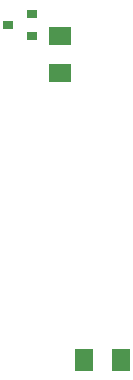
<source format=gtp>
G04 MADE WITH FRITZING*
G04 WWW.FRITZING.ORG*
G04 DOUBLE SIDED*
G04 HOLES PLATED*
G04 CONTOUR ON CENTER OF CONTOUR VECTOR*
%ASAXBY*%
%FSLAX23Y23*%
%MOIN*%
%OFA0B0*%
%SFA1.0B1.0*%
%ADD10R,0.035433X0.031496*%
%ADD11R,0.062992X0.074803*%
%ADD12R,0.074803X0.062992*%
%ADD13R,0.001000X0.001000*%
%LNPASTEMASK1*%
G90*
G70*
G54D10*
X1815Y1483D03*
X1815Y1558D03*
X1737Y1521D03*
G54D11*
X2111Y404D03*
X1989Y404D03*
G54D12*
X1910Y1483D03*
X1910Y1361D03*
G54D13*
D02*
G04 End of PasteMask1*
M02*
</source>
